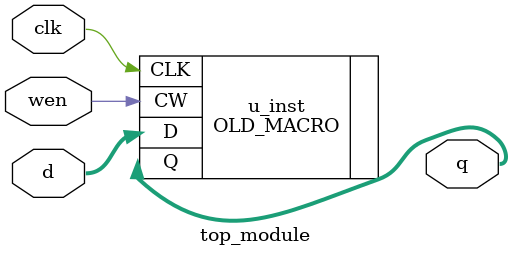
<source format=sv>
module top_module(input clk, input wen, input [3:0] d, output [3:0] q);
  OLD_MACRO u_inst (
    .CLK(clk),
    .CW(wen),
    .D(d),
    .Q(q)
  );
endmodule

</source>
